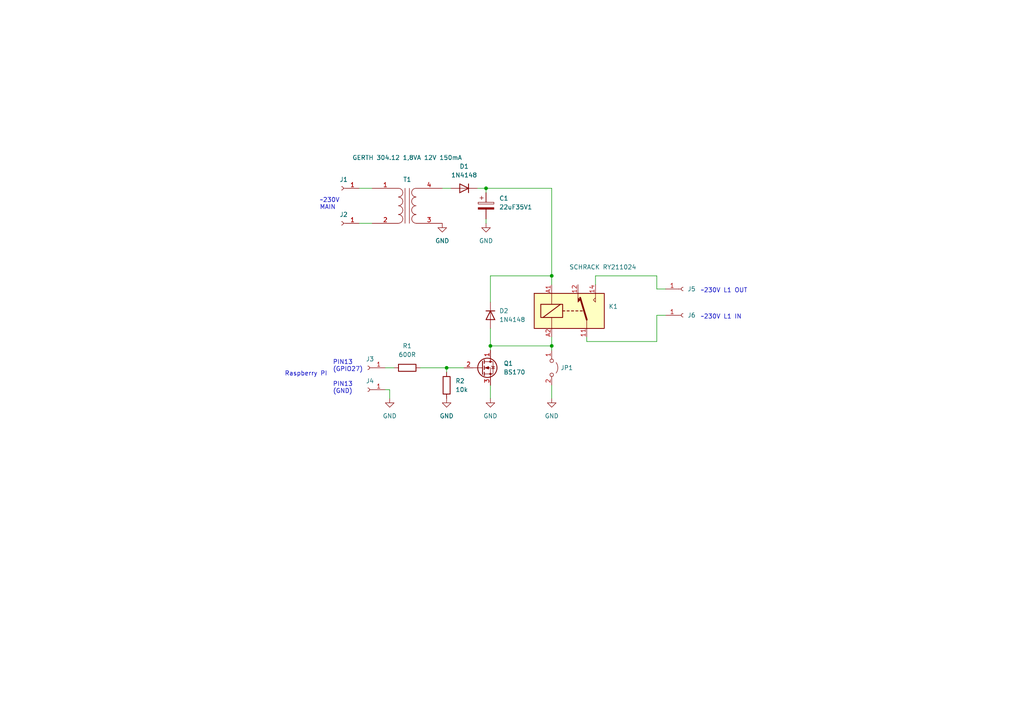
<source format=kicad_sch>
(kicad_sch (version 20211123) (generator eeschema)
  (paper "A4")
  (title_block (title "AUDIO Switch") (date "2023-03-04") (company "Arnd Begemann"))
  (lib_symbols
    (symbol "Connector:Conn_01x01_Female" (pin_names (offset 1.016) hide)
      (property "Reference" "J" (at 0 2.54 0))
      (property "Value" "Conn_01x01_Female" (at 0 -2.54 0))
      (symbol "Conn_01x01_Female_1_1"
        (polyline (pts (xy -1.27 0) (xy -0.508 0)) (stroke (width 0.1524)))
        (arc (start 0 0.508) (mid -0.508 0) (end 0 -0.508) (stroke (width 0.1524)))
        (pin passive line (at -5.08 0 0) (length 3.81) (name "Pin_1") (number "1"))
      )
    )
    (symbol "Device:C_Polarized" (pin_numbers hide) (pin_names (offset 0.254))
      (property "Reference" "C" (at 0.635 2.54 0))
      (property "Value" "C_Polarized" (at 0.635 -2.54 0))
      (symbol "C_Polarized_0_1"
        (rectangle (start -2.286 0.508) (end 2.286 1.016))
        (polyline (pts (xy -1.778 2.286) (xy -0.762 2.286)))
        (polyline (pts (xy -1.27 2.794) (xy -1.27 1.778)))
        (rectangle (start 2.286 -0.508) (end -2.286 -1.016) (fill (type outline)))
      )
      (symbol "C_Polarized_1_1"
        (pin passive line (at 0 3.81 270) (length 2.794) (name "~") (number "1"))
        (pin passive line (at 0 -3.81 90) (length 2.794) (name "~") (number "2"))
      )
    )
    (symbol "Device:D" (pin_numbers hide) (pin_names (offset 1.016) hide)
      (property "Reference" "D" (at 0 2.54 0))
      (property "Value" "D" (at 0 -2.54 0))
      (symbol "D_0_1"
        (polyline (pts (xy -1.27 1.27) (xy -1.27 -1.27)) (stroke (width 0.254)))
        (polyline (pts (xy 1.27 0) (xy -1.27 0)))
        (polyline (pts (xy 1.27 1.27) (xy 1.27 -1.27) (xy -1.27 0) (xy 1.27 1.27)) (stroke (width 0.254)))
      )
      (symbol "D_1_1"
        (pin passive line (at -3.81 0 0) (length 2.54) (name "K") (number "1"))
        (pin passive line (at 3.81 0 180) (length 2.54) (name "A") (number "2"))
      )
    )
    (symbol "Device:R" (pin_numbers hide) (pin_names (offset 0))
      (property "Reference" "R" (at 2.032 0 90))
      (property "Value" "R" (at 0 0 90))
      (symbol "R_0_1"
        (rectangle (start -1.016 -2.54) (end 1.016 2.54) (stroke (width 0.254)))
      )
      (symbol "R_1_1"
        (pin passive line (at 0 3.81 270) (length 1.27) (name "~") (number "1"))
        (pin passive line (at 0 -3.81 90) (length 1.27) (name "~") (number "2"))
      )
    )
    (symbol "Device:Transformer_1P_1S" (pin_names (offset 1.016) hide)
      (property "Reference" "T" (at 0 6.35 0))
      (property "Value" "Transformer_1P_1S" (at 0 -7.62 0))
      (symbol "Transformer_1P_1S_0_1"
        (arc (start -2.54 -5.0546) (mid -1.6561 -4.6863) (end -1.27 -3.81))
        (arc (start -2.54 -2.5146) (mid -1.6561 -2.1463) (end -1.27 -1.27))
        (arc (start -2.54 0.0254) (mid -1.6561 0.3937) (end -1.27 1.27))
        (arc (start -2.54 2.5654) (mid -1.6561 2.9337) (end -1.27 3.81))
        (arc (start -1.27 -3.81) (mid -1.642 -2.912) (end -2.54 -2.54))
        (arc (start -1.27 -1.27) (mid -1.642 -0.372) (end -2.54 0))
        (arc (start -1.27 1.27) (mid -1.642 2.168) (end -2.54 2.54))
        (arc (start -1.27 3.81) (mid -1.642 4.708) (end -2.54 5.08))
        (polyline (pts (xy -0.635 5.08) (xy -0.635 -5.08)))
        (polyline (pts (xy 0.635 -5.08) (xy 0.635 5.08)))
        (arc (start 1.2954 -1.27) (mid 1.6599 -2.1501) (end 2.54 -2.5146))
        (arc (start 1.2954 1.27) (mid 1.6599 0.3899) (end 2.54 0.0254))
        (arc (start 1.2954 3.81) (mid 1.6599 2.9299) (end 2.54 2.5654))
        (arc (start 1.3208 -3.81) (mid 1.6853 -4.6901) (end 2.5654 -5.0546))
        (arc (start 2.54 0) (mid 1.6456 -0.3683) (end 1.2954 -1.27))
        (arc (start 2.54 2.54) (mid 1.6456 2.1717) (end 1.2954 1.27))
        (arc (start 2.54 5.08) (mid 1.6456 4.7117) (end 1.2954 3.81))
        (arc (start 2.5654 -2.54) (mid 1.671 -2.9083) (end 1.3208 -3.81))
      )
      (symbol "Transformer_1P_1S_1_1"
        (pin passive line (at -10.16 5.08 0) (length 7.62) (name "AA") (number "1"))
        (pin passive line (at -10.16 -5.08 0) (length 7.62) (name "AB") (number "2"))
        (pin passive line (at 10.16 -5.08 180) (length 7.62) (name "SA") (number "3"))
        (pin passive line (at 10.16 5.08 180) (length 7.62) (name "SB") (number "4"))
      )
    )
    (symbol "Jumper:Jumper_2_Open" (pin_names (offset 0) hide)
      (property "Reference" "JP" (at 0 2.794 0))
      (property "Value" "Jumper_2_Open" (at 0 -2.286 0))
      (symbol "Jumper_2_Open_0_0"
        (circle (center -2.032 0) (radius 0.508))
        (circle (center 2.032 0) (radius 0.508))
      )
      (symbol "Jumper_2_Open_0_1"
        (arc (start 1.524 1.27) (mid 0 1.778) (end -1.524 1.27))
      )
      (symbol "Jumper_2_Open_1_1"
        (pin passive line (at -5.08 0 0) (length 2.54) (name "A") (number "1"))
        (pin passive line (at 5.08 0 180) (length 2.54) (name "B") (number "2"))
      )
    )
    (symbol "Relay:RT314A24"
      (property "Reference" "K" (at 11.43 3.81 0))
      (property "Value" "RT314A24" (at 11.43 1.27 0))
      (symbol "RT314A24_0_0"
        (polyline (pts (xy -2.54 1.905) (xy -7.62 -1.905)) (stroke (width 0.254)))
      )
      (symbol "RT314A24_0_1"
        (rectangle (start -10.16 5.08) (end 10.16 -5.08) (stroke (width 0.254)) (fill (type background)))
        (rectangle (start -8.255 1.905) (end -1.905 -1.905) (stroke (width 0.254)))
        (polyline (pts (xy -5.08 -5.08) (xy -5.08 -1.905)))
        (polyline (pts (xy -5.08 5.08) (xy -5.08 1.905)))
        (polyline (pts (xy -1.905 0) (xy -1.27 0)) (stroke (width 0.254)))
        (polyline (pts (xy -0.635 0) (xy 0 0)) (stroke (width 0.254)))
        (polyline (pts (xy 0.635 0) (xy 1.27 0)) (stroke (width 0.254)))
        (polyline (pts (xy 1.905 0) (xy 2.54 0)) (stroke (width 0.254)))
        (polyline (pts (xy 3.175 0) (xy 3.81 0)) (stroke (width 0.254)))
        (polyline (pts (xy 5.08 -2.54) (xy 3.175 3.81)) (stroke (width 0.508)))
        (polyline (pts (xy 5.08 -2.54) (xy 5.08 -5.08)))
        (polyline (pts (xy 2.54 5.08) (xy 2.54 2.54) (xy 3.175 3.175) (xy 2.54 3.81)) (fill (type outline)))
        (polyline (pts (xy 7.62 5.08) (xy 7.62 2.54) (xy 6.985 3.175) (xy 7.62 3.81)))
      )
      (symbol "RT314A24_1_1"
        (pin passive line (at 5.08 -7.62 90) (length 2.54) (name "~") (number "11"))
        (pin passive line (at 2.54 7.62 270) (length 2.54) (name "~") (number "12"))
        (pin passive line (at 7.62 7.62 270) (length 2.54) (name "~") (number "14"))
        (pin passive line (at -5.08 7.62 270) (length 2.54) (name "~") (number "A1"))
        (pin passive line (at -5.08 -7.62 90) (length 2.54) (name "~") (number "A2"))
      )
    )
    (symbol "Transistor_FET:BS170" (pin_names hide)
      (property "Reference" "Q" (at 5.08 1.905 0))
      (property "Value" "BS170" (at 5.08 0 0))
      (symbol "BS170_0_1"
        (polyline (pts (xy 0.254 0) (xy -2.54 0)))
        (polyline (pts (xy 0.254 1.905) (xy 0.254 -1.905)) (stroke (width 0.254)))
        (polyline (pts (xy 0.762 -1.27) (xy 0.762 -2.286)) (stroke (width 0.254)))
        (polyline (pts (xy 0.762 0.508) (xy 0.762 -0.508)) (stroke (width 0.254)))
        (polyline (pts (xy 0.762 2.286) (xy 0.762 1.27)) (stroke (width 0.254)))
        (polyline (pts (xy 2.54 2.54) (xy 2.54 1.778)))
        (polyline (pts (xy 2.54 -2.54) (xy 2.54 0) (xy 0.762 0)))
        (polyline (pts (xy 0.762 -1.778) (xy 3.302 -1.778) (xy 3.302 1.778) (xy 0.762 1.778)))
        (polyline (pts (xy 1.016 0) (xy 2.032 0.381) (xy 2.032 -0.381) (xy 1.016 0)) (fill (type outline)))
        (polyline (pts (xy 2.794 0.508) (xy 2.921 0.381) (xy 3.683 0.381) (xy 3.81 0.254)))
        (polyline (pts (xy 3.302 0.381) (xy 2.921 -0.254) (xy 3.683 -0.254) (xy 3.302 0.381)))
        (circle (center 1.651 0) (radius 2.794) (stroke (width 0.254)))
        (circle (center 2.54 -1.778) (radius 0.254) (fill (type outline)))
        (circle (center 2.54 1.778) (radius 0.254) (fill (type outline)))
      )
      (symbol "BS170_1_1"
        (pin passive line (at 2.54 5.08 270) (length 2.54) (name "D") (number "1"))
        (pin input line (at -5.08 0 0) (length 2.54) (name "G") (number "2"))
        (pin passive line (at 2.54 -5.08 90) (length 2.54) (name "S") (number "3"))
      )
    )
    (symbol "power:GND" (power) (pin_names (offset 0))
      (property "Value" "GND" (at 0 -3.81 0))
      (symbol "GND_0_1"
        (polyline (pts (xy 0 0) (xy 0 -1.27) (xy 1.27 -1.27) (xy 0 -2.54) (xy -1.27 -1.27) (xy 0 -1.27)))
      )
      (symbol "GND_1_1"
        (pin power_in line (at 0 0 270) (length 0) hide (name "GND") (number "1"))
      )
    )
  )
  (junction (at 142.24 100.33))
  (junction (at 160.02 80.01))
  (junction (at 140.97 54.61))
  (junction (at 129.54 106.68))
  (junction (at 160.02 100.33))
  (wire (pts (xy 104.14 54.61) (xy 107.95 54.61)))
  (wire (pts (xy 160.02 100.33) (xy 160.02 101.6)))
  (wire (pts (xy 190.5 99.06) (xy 190.5 91.44)))
  (wire (pts (xy 170.18 99.06) (xy 190.5 99.06)))
  (wire (pts (xy 160.02 54.61) (xy 160.02 80.01)))
  (wire (pts (xy 129.54 106.68) (xy 129.54 107.95)))
  (wire (pts (xy 138.43 54.61) (xy 140.97 54.61)))
  (wire (pts (xy 140.97 54.61) (xy 140.97 55.88)))
  (wire (pts (xy 121.92 106.68) (xy 129.54 106.68)))
  (wire (pts (xy 170.18 97.79) (xy 170.18 99.06)))
  (wire (pts (xy 160.02 97.79) (xy 160.02 100.33)))
  (wire (pts (xy 142.24 111.76) (xy 142.24 115.57)))
  (wire (pts (xy 111.76 106.68) (xy 114.3 106.68)))
  (wire (pts (xy 142.24 101.6) (xy 142.24 100.33)))
  (wire (pts (xy 190.5 91.44) (xy 193.04 91.44)))
  (wire (pts (xy 160.02 82.55) (xy 160.02 80.01)))
  (wire (pts (xy 113.03 113.03) (xy 113.03 115.57)))
  (wire (pts (xy 172.72 80.01) (xy 172.72 82.55)))
  (wire (pts (xy 140.97 54.61) (xy 160.02 54.61)))
  (wire (pts (xy 190.5 80.01) (xy 172.72 80.01)))
  (wire (pts (xy 134.62 106.68) (xy 129.54 106.68)))
  (wire (pts (xy 104.14 64.77) (xy 107.95 64.77)))
  (wire (pts (xy 142.24 95.25) (xy 142.24 100.33)))
  (wire (pts (xy 111.76 113.03) (xy 113.03 113.03)))
  (wire (pts (xy 160.02 111.76) (xy 160.02 115.57)))
  (wire (pts (xy 160.02 80.01) (xy 142.24 80.01)))
  (wire (pts (xy 193.04 83.82) (xy 190.5 83.82)))
  (wire (pts (xy 140.97 63.5) (xy 140.97 64.77)))
  (wire (pts (xy 142.24 80.01) (xy 142.24 87.63)))
  (wire (pts (xy 190.5 83.82) (xy 190.5 80.01)))
  (wire (pts (xy 142.24 100.33) (xy 160.02 100.33)))
  (wire (pts (xy 128.27 54.61) (xy 130.81 54.61)))
  (text "Raspberry PI" (at 82.55 109.22 0) (effects (font (size 1.27 1.27)) (justify left bottom)))
  (text "~230V L1 OUT" (at 203.2 85.09 0) (effects (font (size 1.27 1.27)) (justify left bottom)))
  (text "~230V L1 IN" (at 203.2 92.71 0) (effects (font (size 1.27 1.27)) (justify left bottom)))
  (text "PIN13\n(GND)" (at 96.52 114.3 0) (effects (font (size 1.27 1.27)) (justify left bottom)))
  (text "~230V\nMAIN" (at 92.71 60.96 0) (effects (font (size 1.27 1.27)) (justify left bottom)))
  (text "PIN13\n(GPIO27)" (at 96.52 107.95 0) (effects (font (size 1.27 1.27)) (justify left bottom)))
  (symbol (lib_id "power:GND") (at 142.24 115.57 0) (unit 1)
    (property "Reference" "#PWR05" (effects hide))
    (property "Value" "GND" (at 142.24 120.65 0))
  )
  (symbol (lib_id "power:GND") (at 113.03 115.57 0) (unit 1)
    (property "Reference" "#PWR01" (effects hide))
    (property "Value" "GND" (at 113.03 120.65 0))
  )
  (symbol (lib_id "Device:R") (at 129.54 111.76 0) (unit 1)
    (property "Reference" "R2" (at 132.08 110.4899 0) (effects (justify left)))
    (property "Value" "10k" (at 132.08 113.0299 0) (effects (justify left)))
  )
  (symbol (lib_id "Connector:Conn_01x01_Female") (at 198.12 83.82 0) (unit 1)
    (property "Reference" "J5" (at 199.39 83.8199 0) (effects (justify left)))
    (property "Value" "con" (effects hide))
  )
  (symbol (lib_id "Device:Transformer_1P_1S") (at 118.11 59.69 0) (unit 1)
    (property "Reference" "T1" (at 118.11 52.07 0))
    (property "Value" "GERTH 304.12 1,8VA 12V 150mA" (at 118.11 45.72 0))
  )
  (symbol (lib_id "Connector:Conn_01x01_Female") (at 106.68 113.03 180) (unit 1)
    (property "Reference" "J4" (at 107.315 110.49 0))
    (property "Value" "con" (effects hide))
  )
  (symbol (lib_id "Device:C_Polarized") (at 140.97 59.69 0) (unit 1)
    (property "Reference" "C1" (at 144.78 57.5309 0) (effects (justify left)))
    (property "Value" "22uF35V1" (at 144.78 60.0709 0) (effects (justify left)))
  )
  (symbol (lib_id "Device:D") (at 134.62 54.61 180) (unit 1)
    (property "Reference" "D1" (at 134.62 48.26 0))
    (property "Value" "1N4148" (at 134.62 50.8 0))
  )
  (symbol (lib_id "Connector:Conn_01x01_Female") (at 198.12 91.44 0) (unit 1)
    (property "Reference" "J6" (at 199.39 91.4399 0) (effects (justify left)))
    (property "Value" "con" (effects hide))
  )
  (symbol (lib_id "Transistor_FET:BS170") (at 139.7 106.68 0) (unit 1)
    (property "Reference" "Q1" (at 146.05 105.4099 0) (effects (justify left)))
    (property "Value" "BS170" (at 146.05 107.9499 0) (effects (justify left)))
    (property "Footprint" "Package_TO_SOT_THT:TO-92_Inline" (effects hide))
    (property "Datasheet" "https://www.onsemi.com/pub/Collateral/BS170-D.PDF" (effects hide))
  )
  (symbol (lib_id "power:GND") (at 128.27 64.77 0) (unit 1)
    (property "Reference" "#PWR02" (effects hide))
    (property "Value" "GND" (at 128.27 69.85 0))
  )
  (symbol (lib_id "Device:D") (at 142.24 91.44 270) (unit 1)
    (property "Reference" "D2" (at 144.78 90.1699 90) (effects (justify left)))
    (property "Value" "1N4148" (at 144.78 92.7099 90) (effects (justify left)))
  )
  (symbol (lib_id "Jumper:Jumper_2_Open") (at 160.02 106.68 270) (unit 1)
    (property "Reference" "JP1" (at 162.56 106.6799 90) (effects (justify left)))
    (property "Value" "ON" (effects hide))
  )
  (symbol (lib_id "power:GND") (at 140.97 64.77 0) (unit 1)
    (property "Reference" "#PWR04" (effects hide))
    (property "Value" "GND" (at 140.97 69.85 0))
  )
  (symbol (lib_id "Connector:Conn_01x01_Female") (at 106.68 106.68 180) (unit 1)
    (property "Reference" "J3" (at 107.315 104.14 0))
    (property "Value" "con" (effects hide))
  )
  (symbol (lib_id "Connector:Conn_01x01_Female") (at 99.06 54.61 180) (unit 1)
    (property "Reference" "J1" (at 99.695 52.07 0))
    (property "Value" "con" (effects hide))
  )
  (symbol (lib_id "Connector:Conn_01x01_Female") (at 99.06 64.77 180) (unit 1)
    (property "Reference" "J2" (at 99.695 62.23 0))
    (property "Value" "con" (effects hide))
  )
  (symbol (lib_id "Device:R") (at 118.11 106.68 90) (unit 1)
    (property "Reference" "R1" (at 118.11 100.33 90))
    (property "Value" "600R" (at 118.11 102.87 90))
  )
  (symbol (lib_id "Relay:RT314A24") (at 165.1 90.17 0) (unit 1)
    (property "Reference" "K1" (at 176.53 88.8999 0) (effects (justify left)))
    (property "Value" "SCHRACK RY211024" (at 165.1 77.47 0) (effects (justify left)))
  )
  (symbol (lib_id "power:GND") (at 160.02 115.57 0) (unit 1)
    (property "Reference" "#PWR06" (effects hide))
    (property "Value" "GND" (at 160.02 120.65 0))
  )
  (symbol (lib_id "power:GND") (at 129.54 115.57 0) (unit 1)
    (property "Reference" "#PWR03" (effects hide))
    (property "Value" "GND" (at 129.54 120.65 0))
  )
)
</source>
